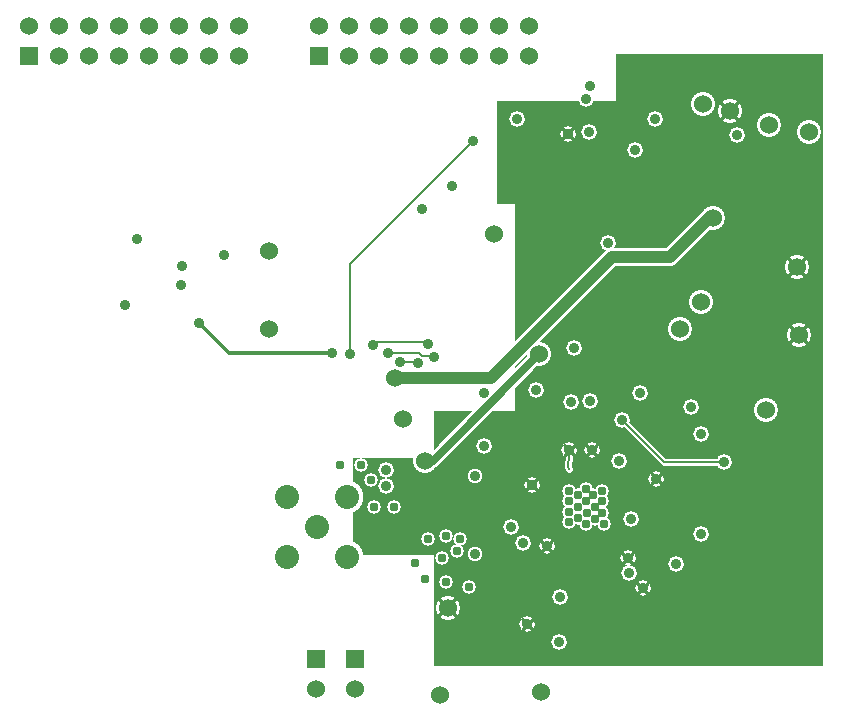
<source format=gbr>
G04 Title: RX Daughterboard, layergroup #4 *
G04 Creator: pcb-bin 1.99q *
G04 CreationDate: Mon Dec 12 23:54:21 2005 UTC *
G04 For: matt *
G04 Format: Gerber/RS-274X *
G04 PCB-Dimensions: 275000 250000 *
G04 PCB-Coordinate-Origin: lower left *
%MOIN*%
%FSLAX24Y24*%
G04 contains layers Vcc (2) *
%IPPOS*%
%ADD11C,0.0400*%
%ADD12C,0.0080*%
%ADD13C,0.0239*%
%ADD14C,0.0140*%
%ADD15C,0.0300*%
%ADD16C,0.0600*%
%ADD17C,0.0250*%
%ADD18C,0.0450*%
%ADD19C,0.0140*%
%ADD20C,0.0299*%
%ADD21C,0.0100*%
%ADD22C,0.0110*%
%ADD23C,0.0249*%
%ADD24R,0.0600X0.0600*%
%ADD25R,0.0660X0.0660*%
%ADD26R,0.0900X0.0900X0.0600X0.0600*%
%ADD27R,0.0900X0.0900*%
%ADD28C,0.0600*%
%ADD29C,0.0660*%
%ADD30C,0.0900X0.0600*%
%ADD31C,0.0900*%
%ADD32C,0.0200*%
%ADD33C,0.0080*%
%ADD34R,0.0240X0.0240*%
%ADD35R,0.0440X0.0440*%
%ADD36R,0.0300X0.0300*%
%ADD37C,0.0060*%
%ADD38C,0.0800*%
%ADD39C,0.0860*%
%ADD40C,0.1100X0.0800*%
%ADD41C,0.1100*%
%ADD42C,0.0110*%
%AMTHERM1*7,0,0,0.1100,0.0800,0.0110,45*%
%ADD43THERM1*%
%ADD44R,0.0970X0.0970*%
%ADD45R,0.1170X0.1170*%
%ADD46R,0.1030X0.1030*%
%ADD47R,0.0560X0.0560*%
%ADD48R,0.0860X0.0860*%
%ADD49R,0.0620X0.0620*%
%ADD50R,0.1220X0.1220*%
%ADD51R,0.1520X0.1520*%
%ADD52R,0.1280X0.1280*%
%ADD53R,0.0340X0.0340*%
%ADD54R,0.0640X0.0640*%
%ADD55R,0.0400X0.0400*%
%ADD56R,0.0540X0.0540*%
%ADD57R,0.0480X0.0480*%
%ADD58R,0.0680X0.0680*%
%ADD59R,0.0200X0.0200*%
%ADD60R,0.0500X0.0500*%
%AMTHERM2*7,0,0,0.0900,0.0600,0.0100,45*%
%ADD61THERM2*%
%ADD62R,0.0150X0.0150*%
%ADD63R,0.0450X0.0450*%
%ADD64R,0.0210X0.0210*%
%ADD65C,0.0410*%
%ADD66C,0.0170*%
%ADD67R,0.1610X0.1610*%
%ADD68R,0.1910X0.1910*%
%ADD69R,0.1670X0.1670*%
%ADD70C,0.0720*%
%ADD71C,0.0920X0.0720*%
%ADD72C,0.0920*%
%ADD73C,0.0240*%
%ADD74C,0.0340*%
%ADD75C,0.1320*%
%ADD76C,0.1520*%
%ADD77C,0.1520X0.1320*%
%ADD78C,0.0600*%
%ADD79C,0.0125*%
%AMTHERM3*7,0,0,0.0800,0.0600,0.0125,45*%
%ADD80THERM3*%
%ADD81C,0.0800*%
%ADD82C,0.0800X0.0600*%
%ADD83C,0.0350*%
%ADD84C,0.0100*%
%AMTHERM4*7,0,0,0.0510,0.0350,0.0100,45*%
%ADD85THERM4*%
%ADD86C,0.0510*%
%ADD87C,0.0510X0.0350*%
%ADD88C,0.0360*%
%ADD89C,0.0520*%
%ADD90C,0.0520X0.0360*%
%AMTHERM5*7,0,0,0.0799,0.0600,0.0125,45*%
%ADD91THERM5*%
%ADD92C,0.0799*%
%ADD93C,0.0799X0.0600*%
%ADD94C,0.0090*%
%AMTHERM6*7,0,0,0.0520,0.0360,0.0090,45*%
%ADD95THERM6*%
%ADD96C,0.0310*%
%ADD97C,0.0080*%
%AMTHERM7*7,0,0,0.0469,0.0310,0.0080,45*%
%ADD98THERM7*%
%ADD99C,0.0469*%
%ADD100C,0.0469X0.0310*%
%AMTHERM8*7,0,0,0.0510,0.0350,0.0100,45*%
%ADD101THERM8*%
%ADD102C,0.0510*%
%ADD103C,0.0510X0.0350*%
%LNGROUP_3*%
%LPD*%
G01X0Y0D02*
G54D21*G36*
X16400Y21100D02*X20800D01*
Y17650D01*
X16400D01*
Y21100D01*
G37*
G36*
X14300Y2250D02*X27250D01*
Y10750D01*
X14300D01*
Y2250D01*
G37*
G36*
X14600Y9200D02*X11600D01*
Y5950D01*
X14600D01*
Y9200D01*
G37*
G36*
X20350Y10050D02*X27250D01*
Y22650D01*
X20350D01*
Y10050D01*
G37*
G36*
X17000Y8450D02*X22200D01*
Y17750D01*
X17000D01*
Y8450D01*
G37*
%LNCUTS*%
%LPC*%
G54D89*X19350Y21150D03*
X17050Y20500D03*
X18750Y20000D03*
X21000Y19450D03*
X19450Y20050D03*
G54D13*X21950Y9050D02*X23950D01*
X21700Y8500D02*X21650Y8550D01*
X18810Y8820D02*X18750Y8880D01*
X18800Y9300D01*
X20550Y10450D02*X21950Y9050D01*
G54D18*X17800Y12650D02*X14250Y9100D01*
X13900Y9000D01*
G54D89*X20750Y5850D03*
G54D99*X14550D03*
X14700Y5050D03*
X15450Y4900D03*
G54D92*X14750Y4200D03*
G54D89*X18450Y3050D03*
X18500Y4550D03*
X17400Y3650D03*
X20800Y5350D03*
X22350Y5650D03*
X21250Y4850D03*
G54D92*X25350Y10800D03*
G54D89*X22850Y10900D03*
G54D99*X19900Y8100D03*
G54D89*X21700Y8500D03*
X23200Y10000D03*
X20550Y10450D03*
X23950Y9050D03*
X20450Y9100D03*
X23200Y6650D03*
X20850Y7150D03*
G54D99*X19400Y7350D03*
X19350Y7000D03*
X19650Y7150D03*
X19950Y7000D03*
X19900Y7350D03*
X19650Y7550D03*
X19900Y7750D03*
X19600Y7950D03*
G54D89*X15950Y9600D03*
G54D81*X14000Y9100D03*
G54D99*X15050Y6100D03*
X15150Y6500D03*
G54D89*X19550Y9450D03*
X18800D03*
G54D99*Y8100D03*
X19350Y8150D03*
G54D102*X15650Y6000D03*
Y8600D03*
G54D89*X18050Y6250D03*
G54D99*X18800Y7400D03*
Y7050D03*
X19100Y7200D03*
X18800Y7750D03*
X19100Y7550D03*
Y7950D03*
X19350Y7750D03*
G54D89*X17550Y8300D03*
X16850Y6900D03*
X17250Y6350D03*
G54D99*X14100Y6500D03*
X14700Y6600D03*
G54D18*X17800Y12650D02*X14250Y9100D01*
X13900Y9000D01*
G54D99*X14550Y5850D03*
G54D89*X12700Y8800D03*
Y8250D03*
G54D81*X14000Y9100D03*
G54D99*X12950Y7550D03*
X12300D03*
X12200Y8450D03*
X11850Y8950D03*
X14100Y6500D03*
X14700Y6600D03*
G54D41*X11400Y7900D03*
Y5900D03*
G54D16*X16193Y11850D02*X20243Y15900D01*
X22150D01*
X23450Y17200D01*
X23600D01*
G54D13*X20550Y10450D02*X21950Y9050D01*
G54D92*X25450Y20300D03*
G54D81*X23250Y21000D03*
X24150Y20750D03*
G54D92*X26450Y13300D03*
X22500Y13500D03*
X25350Y10800D03*
G54D81*X23200Y14400D03*
G54D89*X22850Y10900D03*
X21650Y20500D03*
X20100Y16350D03*
X21150Y11350D03*
G54D92*X26800Y20050D03*
G54D89*X24400Y19950D03*
X21000Y19450D03*
G54D92*X23600Y17200D03*
X26400Y15550D03*
G54D89*X23200Y10000D03*
X20550Y10450D03*
G54D16*X16193Y11850D02*X20243Y15900D01*
X22150D01*
X23450Y17200D01*
G54D13*X21950Y9050D02*X23950D01*
X21700Y8500D02*X21650Y8550D01*
X18810Y8820D02*X18750Y8880D01*
X18800Y9300D01*
X20550Y10450D02*X21950Y9050D01*
G54D18*X17800Y12650D02*X14250Y9100D01*
G54D92*X22500Y13500D03*
G54D89*X20100Y16350D03*
X18850Y11050D03*
X18950Y12850D03*
X21150Y11350D03*
X21700Y8500D03*
X20550Y10450D03*
X20450Y9100D03*
G54D81*X17800Y12650D03*
G54D89*X19500Y11100D03*
X19550Y9450D03*
X18800D03*
X17700Y11450D03*
X17550Y8300D03*
%LNTRACKS*%
%LPD*%
G54D12*X11500Y15650D02*X15600Y19750D01*
X11500Y12650D02*Y15650D01*
X21950Y9050D02*X23950D01*
X20550Y10450D02*X21950Y9050D01*
X13900Y12600D02*X14250D01*
X13800Y12700D02*X13900Y12600D01*
X12350Y13050D02*X14050D01*
X13150Y12400D02*X13300D01*
X12850Y12700D02*X13800D01*
X12750D02*X12850D01*
X13300Y12400D02*X13800D01*
X12250Y12950D02*X12350Y13050D01*
X18750Y8880D02*X18800Y9300D01*
X18810Y8820D02*X18750Y8880D01*
X21700Y8500D02*X21650Y8550D01*
G54D11*X23450Y17200D02*X23600D01*
X22150Y15900D02*X23450Y17200D01*
X20243Y15900D02*X22150D01*
X16193Y11850D02*X20243Y15900D01*
X13000Y11850D02*X16193D01*
G54D17*X14250Y9100D02*X13900Y9000D01*
X17800Y12650D02*X14250Y9100D01*
G54D19*X7450Y12700D02*X6450Y13700D01*
X10900Y12700D02*X7450D01*
G54D24*X11650Y2500D03*
G54D28*Y1500D03*
G54D38*X10400Y6900D03*
X11400Y7900D03*
Y5900D03*
X9400Y7900D03*
Y5900D03*
G54D24*X10450Y22600D03*
G54D28*Y23600D03*
X11450Y22600D03*
Y23600D03*
X12450Y22600D03*
Y23600D03*
X13450Y22600D03*
Y23600D03*
X14450Y22600D03*
Y23600D03*
X15450Y22600D03*
Y23600D03*
X16450Y22600D03*
Y23600D03*
X17450Y22600D03*
Y23600D03*
G54D24*X800Y22600D03*
G54D28*Y23600D03*
X1800Y22600D03*
Y23600D03*
X2800Y22600D03*
Y23600D03*
X3800Y22600D03*
Y23600D03*
X4800Y22600D03*
Y23600D03*
X5800Y22600D03*
Y23600D03*
X6800Y22600D03*
Y23600D03*
X7800Y22600D03*
Y23600D03*
G54D24*X10350Y2500D03*
G54D28*Y1500D03*
G54D78*X16300Y16650D03*
X8800Y13500D03*
Y16100D03*
G54D83*X5850Y14950D03*
X4400Y16500D03*
G54D88*X17700Y11450D03*
G54D83*X5900Y15600D03*
X12750Y12700D03*
X7300Y15950D03*
X10900Y12700D03*
X6450Y13700D03*
X13150Y12400D03*
X4000Y14300D03*
G54D78*X13250Y10500D03*
X22500Y13500D03*
X25350Y10800D03*
X23200Y14400D03*
G54D88*X16850Y6900D03*
X17250Y6350D03*
G54D78*X26800Y20050D03*
X25450Y20300D03*
X23250Y21000D03*
G54D88*X20800Y5350D03*
X21650Y20500D03*
X24400Y19950D03*
X21000Y19450D03*
G54D78*X17800Y12650D03*
X14000Y9100D03*
X17850Y1400D03*
X14500Y1300D03*
G54D88*X19350Y21150D03*
X17050Y20500D03*
X19500Y11100D03*
X12700Y8800D03*
Y8250D03*
X19450Y20050D03*
X19500Y21600D03*
G54D78*X13000Y11850D03*
X23600Y17200D03*
G54D96*X19900Y8100D03*
G54D83*X15650Y6000D03*
Y8600D03*
G54D88*X22350Y5650D03*
X23200Y6650D03*
X18450Y3050D03*
X18500Y4550D03*
X17550Y8300D03*
G54D94*X17368Y8481D02*X17731Y8118D01*
X17368D02*X17731Y8481D01*
G54D88*X21700Y8500D03*
G54D94*X21518Y8681D02*X21881Y8318D01*
X21518D02*X21881Y8681D01*
G54D88*X18750Y20000D03*
G54D94*X18568Y20181D02*X18931Y19818D01*
X18568D02*X18931Y20181D01*
G54D88*X21250Y4850D03*
G54D94*X21068Y5031D02*X21431Y4668D01*
X21068D02*X21431Y5031D01*
G54D88*X17400Y3650D03*
G54D94*X17218Y3831D02*X17581Y3468D01*
X17218D02*X17581Y3831D01*
G54D88*X18050Y6250D03*
G54D94*X17868Y6431D02*X18231Y6068D01*
X17868D02*X18231Y6431D01*
G54D78*X24150Y20750D03*
G54D79*X23870Y21029D02*X24429Y20470D01*
X23870D02*X24429Y21029D01*
G54D78*X26400Y15550D03*
G54D79*X26120Y15829D02*X26679Y15270D01*
X26120D02*X26679Y15829D01*
G54D88*X19550Y9450D03*
G54D94*X19368Y9631D02*X19731Y9268D01*
X19368D02*X19731Y9631D01*
G54D88*X18800Y9450D03*
G54D94*X18618Y9631D02*X18981Y9268D01*
X18618D02*X18981Y9631D01*
G54D78*X26450Y13300D03*
G54D79*X26170Y13579D02*X26729Y13020D01*
X26170D02*X26729Y13579D01*
G54D88*X13900Y17500D03*
X14900Y18250D03*
X20850Y7150D03*
G54D83*X12250Y12950D03*
G54D88*X14100Y13000D03*
X13750Y12350D03*
X14300Y12550D03*
X18850Y11050D03*
X21150Y11350D03*
X23200Y10000D03*
X22850Y10900D03*
X20550Y10450D03*
X23950Y9050D03*
X15950Y11350D03*
Y9600D03*
X20100Y16350D03*
X18950Y12850D03*
X20750Y5850D03*
G54D94*X20568Y6031D02*X20931Y5668D01*
X20568D02*X20931Y6031D01*
G54D88*X20450Y9100D03*
G54D96*X18800Y8100D03*
Y7750D03*
Y7400D03*
Y7050D03*
X19100Y7200D03*
Y7550D03*
Y7950D03*
X19350Y8150D03*
Y7750D03*
X19400Y7350D03*
X19350Y7000D03*
X19650Y7150D03*
X19950Y7000D03*
X19900Y7350D03*
X19650Y7550D03*
X19900Y7750D03*
X19600Y7950D03*
X15050Y6100D03*
X12300Y7550D03*
X11150Y8950D03*
X11850D03*
X12200Y8450D03*
X14100Y6500D03*
X14700Y6600D03*
X15150Y6500D03*
X13650Y5700D03*
X14550Y5850D03*
X14000Y5150D03*
X14700Y5050D03*
X15450Y4900D03*
X12950Y7550D03*
G54D88*X11500Y12650D03*
X15600Y19750D03*
G54D78*X14750Y4200D03*
G54D79*X14470Y4479D02*X15029Y3920D01*
X14470D02*X15029Y4479D01*
M02*

</source>
